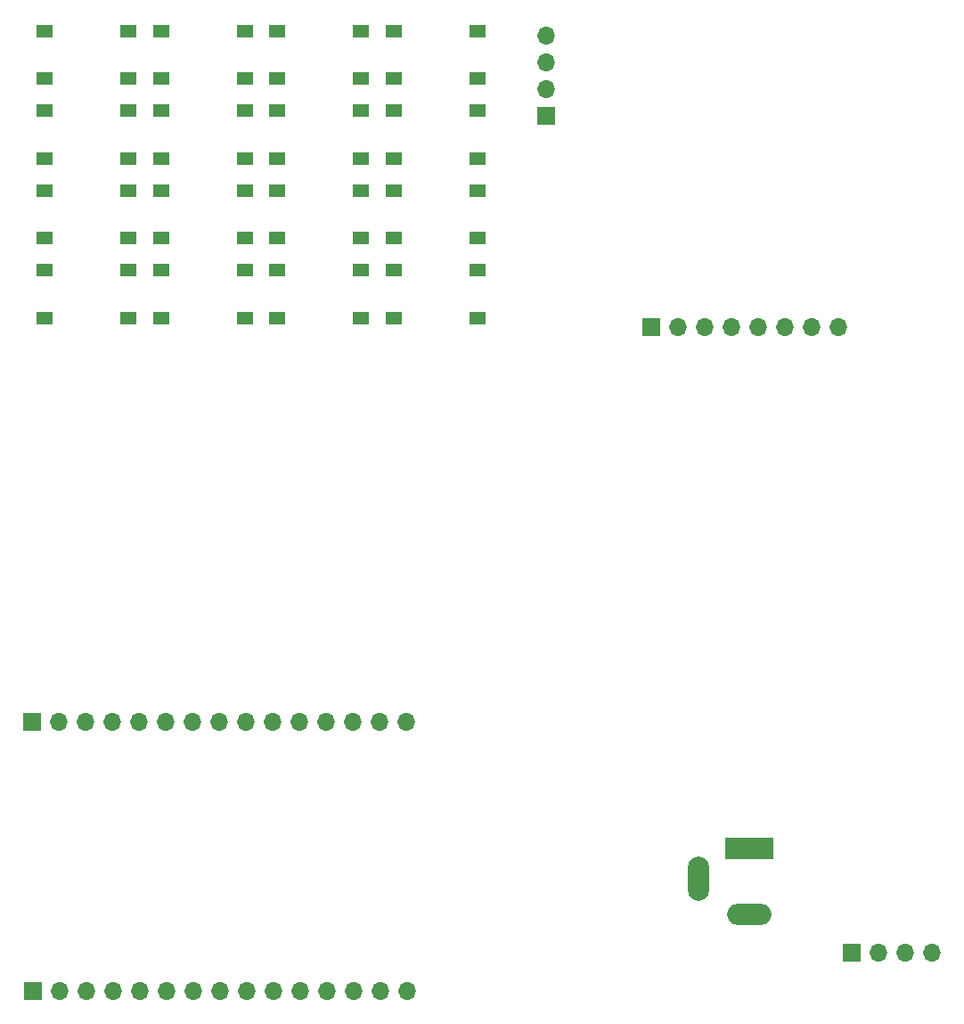
<source format=gbr>
%TF.GenerationSoftware,KiCad,Pcbnew,8.0.1*%
%TF.CreationDate,2024-04-21T10:41:17+07:00*%
%TF.ProjectId,RIFD_Final,52494644-5f46-4696-9e61-6c2e6b696361,rev?*%
%TF.SameCoordinates,Original*%
%TF.FileFunction,Soldermask,Top*%
%TF.FilePolarity,Negative*%
%FSLAX46Y46*%
G04 Gerber Fmt 4.6, Leading zero omitted, Abs format (unit mm)*
G04 Created by KiCad (PCBNEW 8.0.1) date 2024-04-21 10:41:17*
%MOMM*%
%LPD*%
G01*
G04 APERTURE LIST*
%ADD10R,1.550000X1.300000*%
%ADD11R,1.700000X1.700000*%
%ADD12O,1.700000X1.700000*%
%ADD13R,4.600000X2.000000*%
%ADD14O,4.200000X2.000000*%
%ADD15O,2.000000X4.200000*%
G04 APERTURE END LIST*
D10*
%TO.C,8*%
X88050000Y-49500000D03*
X96000000Y-49500000D03*
X88050000Y-54000000D03*
X96000000Y-54000000D03*
%TD*%
%TO.C,5*%
X88050000Y-41920000D03*
X96000000Y-41920000D03*
X88050000Y-46420000D03*
X96000000Y-46420000D03*
%TD*%
%TO.C,1*%
X77000000Y-34340000D03*
X84950000Y-34340000D03*
X77000000Y-38840000D03*
X84950000Y-38840000D03*
%TD*%
%TO.C,3*%
X99100000Y-34340000D03*
X107050000Y-34340000D03*
X99100000Y-38840000D03*
X107050000Y-38840000D03*
%TD*%
D11*
%TO.C,J1*%
X124600000Y-42350000D03*
D12*
X124600000Y-39810000D03*
X124600000Y-37270000D03*
X124600000Y-34730000D03*
%TD*%
D10*
%TO.C,6*%
X99100000Y-41920000D03*
X107050000Y-41920000D03*
X99100000Y-46420000D03*
X107050000Y-46420000D03*
%TD*%
D11*
%TO.C,J5*%
X75840000Y-125500000D03*
D12*
X78380000Y-125500000D03*
X80920000Y-125500000D03*
X83460000Y-125500000D03*
X86000000Y-125500000D03*
X88540000Y-125500000D03*
X91080000Y-125500000D03*
X93620000Y-125500000D03*
X96160000Y-125500000D03*
X98700000Y-125500000D03*
X101240000Y-125500000D03*
X103780000Y-125500000D03*
X106320000Y-125500000D03*
X108860000Y-125500000D03*
X111400000Y-125500000D03*
%TD*%
D10*
%TO.C,7*%
X77000000Y-49500000D03*
X84950000Y-49500000D03*
X77000000Y-54000000D03*
X84950000Y-54000000D03*
%TD*%
%TO.C,B*%
X110150000Y-41920000D03*
X118100000Y-41920000D03*
X110150000Y-46420000D03*
X118100000Y-46420000D03*
%TD*%
%TO.C,0*%
X88050000Y-57080000D03*
X96000000Y-57080000D03*
X88050000Y-61580000D03*
X96000000Y-61580000D03*
%TD*%
D11*
%TO.C,J4*%
X75760000Y-100000000D03*
D12*
X78300000Y-100000000D03*
X80840000Y-100000000D03*
X83380000Y-100000000D03*
X85920000Y-100000000D03*
X88460000Y-100000000D03*
X91000000Y-100000000D03*
X93540000Y-100000000D03*
X96080000Y-100000000D03*
X98620000Y-100000000D03*
X101160000Y-100000000D03*
X103700000Y-100000000D03*
X106240000Y-100000000D03*
X108780000Y-100000000D03*
X111320000Y-100000000D03*
%TD*%
D10*
%TO.C,\u002A*%
X77000000Y-57080000D03*
X84950000Y-57080000D03*
X77000000Y-61580000D03*
X84950000Y-61580000D03*
%TD*%
%TO.C,2*%
X88050000Y-34340000D03*
X96000000Y-34340000D03*
X88050000Y-38840000D03*
X96000000Y-38840000D03*
%TD*%
%TO.C,9*%
X99100000Y-49500000D03*
X107050000Y-49500000D03*
X99100000Y-54000000D03*
X107050000Y-54000000D03*
%TD*%
%TO.C,4*%
X77000000Y-41920000D03*
X84950000Y-41920000D03*
X77000000Y-46420000D03*
X84950000Y-46420000D03*
%TD*%
%TO.C,C*%
X110150000Y-49500000D03*
X118100000Y-49500000D03*
X110150000Y-54000000D03*
X118100000Y-54000000D03*
%TD*%
%TO.C,D*%
X110150000Y-57080000D03*
X118100000Y-57080000D03*
X110150000Y-61580000D03*
X118100000Y-61580000D03*
%TD*%
D11*
%TO.C,J2*%
X134660000Y-62500000D03*
D12*
X137200000Y-62500000D03*
X139740000Y-62500000D03*
X142280000Y-62500000D03*
X144820000Y-62500000D03*
X147360000Y-62500000D03*
X149900000Y-62500000D03*
X152440000Y-62500000D03*
%TD*%
D10*
%TO.C,#*%
X99100000Y-57080000D03*
X107050000Y-57080000D03*
X99100000Y-61580000D03*
X107050000Y-61580000D03*
%TD*%
%TO.C,A*%
X110150000Y-34340000D03*
X118100000Y-34340000D03*
X110150000Y-38840000D03*
X118100000Y-38840000D03*
%TD*%
D11*
%TO.C,J6*%
X153680000Y-121900000D03*
D12*
X156220000Y-121900000D03*
X158760000Y-121900000D03*
X161300000Y-121900000D03*
%TD*%
D13*
%TO.C,J3*%
X143900000Y-111950000D03*
D14*
X143900000Y-118250000D03*
D15*
X139100000Y-114850000D03*
%TD*%
M02*

</source>
